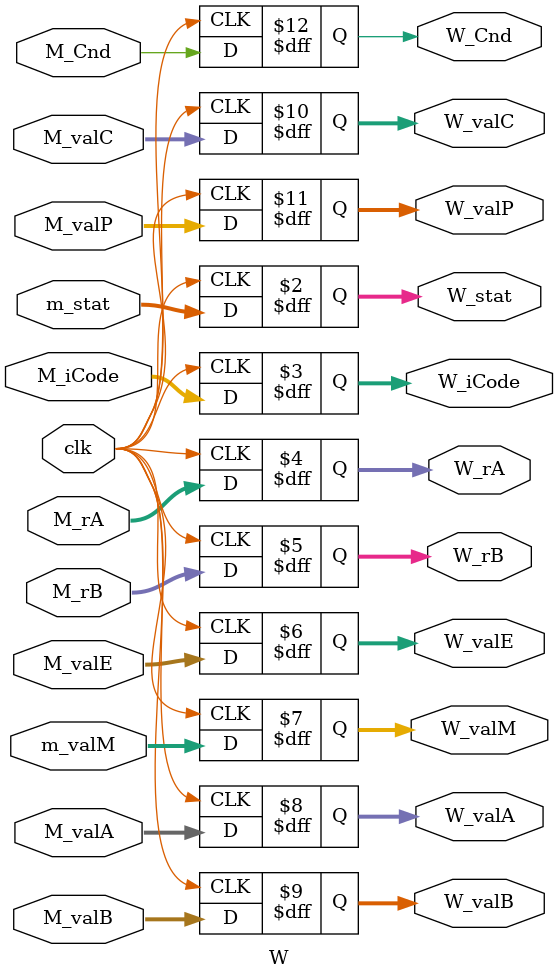
<source format=v>
module W(clk,m_stat,M_iCode,M_rA,M_rB,M_valC,M_valP,M_valA,M_valB,M_Cnd,W_Cnd,M_valE,m_valM,W_stat,W_iCode,W_valE,W_valM,W_rB,W_rA,W_valC,W_valA,W_valB,W_valP);
input clk,M_Cnd;
input[2:0] m_stat;
input [3:0] M_iCode,M_rA,M_rB;
input [63:0] M_valE,m_valM,M_valC,M_valP,M_valA,M_valB;

output reg[2:0] W_stat;
output reg[3:0] W_iCode,W_rA,W_rB;
output reg[63:0] W_valE,W_valM,W_valA,W_valB,W_valC,W_valP;
output reg W_Cnd;

always @(posedge clk ) begin
    W_stat <= m_stat;
    W_iCode <= M_iCode;
    W_valE<=M_valE;
    W_valM <= m_valM;
    W_valC<=M_valC;
    W_valP<=M_valP;
    W_Cnd<=M_Cnd;
    W_valA<=M_valA;
    W_valB<=M_valB;
    W_rB <= M_rB;
    W_rA <= M_rA;

end


endmodule



</source>
